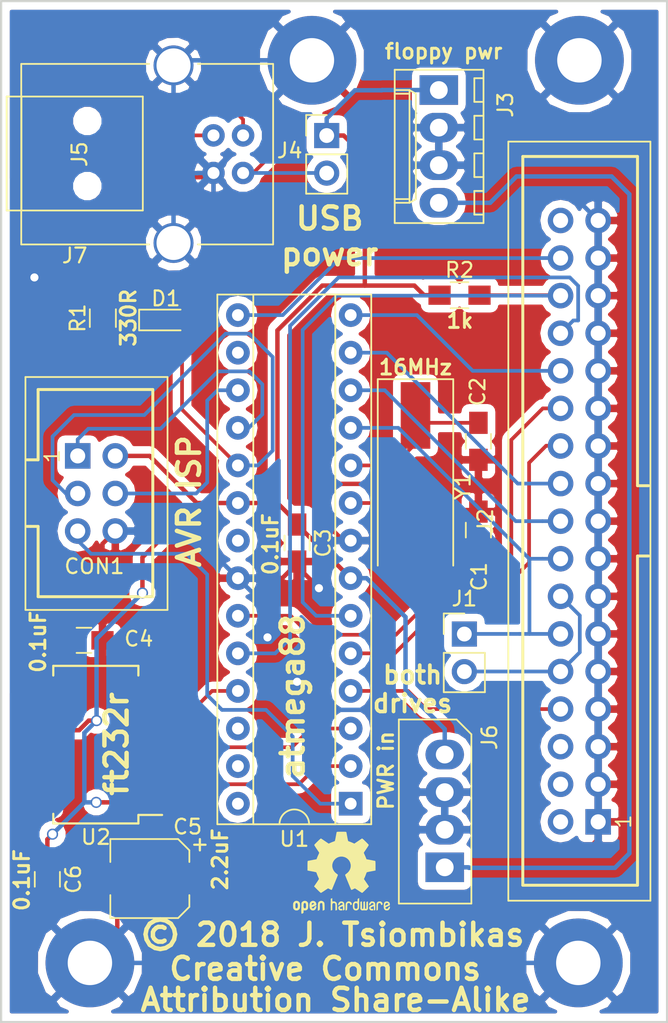
<source format=kicad_pcb>
(kicad_pcb (version 4) (host pcbnew 4.0.6+dfsg1-1)
  (layers (0 F.Cu signal) (31 B.Cu signal) (34 B.Paste user) (35 F.Paste user) (36 B.SilkS user) (37 F.SilkS user) (38 B.Mask user) (39 F.Mask user) (44 Edge.Cuts user))
  (net 0 "")
  (net 1 GND)
  (net 2 "Net-(C1-Pad2)")
  (net 3 "Net-(C2-Pad2)")
  (net 4 VCC)
  (net 5 "Net-(C4-Pad2)")
  (net 6 /MISO)
  (net 7 /SCK)
  (net 8 /MOSI)
  (net 9 /~RESET)
  (net 10 "Net-(D1-Pad1)")
  (net 11 /~MOTEN)
  (net 12 "Net-(J1-Pad2)")
  (net 13 /~INDEX)
  (net 14 /~DIR)
  (net 15 /~STEP)
  (net 16 /~WDATA)
  (net 17 /~WGATE)
  (net 18 /~TRK0)
  (net 19 /~WPROTECT)
  (net 20 /~RDATA)
  (net 21 /~HSEL)
  (net 22 +12V)
  (net 23 "Net-(J4-Pad2)")
  (net 24 /USBD-)
  (net 25 /USBD+)
  (net 26 /RXD)
  (net 27 /TXD)
  (net 28 /CTS)
  (module Mounting_Holes:MountingHole_3mm_Pad (layer F.Cu) (at 186 100)
    (fp_text reference REF** hide)
    (fp_text value MountingHole_3mm_Pad hide)
    (pad 1 thru_hole circle (at 0 0) (size 6 6) (drill 3) (layers *.Cu *.Mask) (net 1 GND))
  )
  (module Mounting_Holes:MountingHole_3mm_Pad (layer F.Cu) (at 171 161)
    (fp_text reference REF** hide)
    (fp_text value MountingHole_3mm_Pad hide)
    (pad 1 thru_hole circle (at 0 0) (size 6 6) (drill 3) (layers *.Cu *.Mask) (net 1 GND))
  )
  (module Capacitors_SMD:C_0805_HandSoldering (layer F.Cu) (at 197.25 131.75 270)
    (fp_text reference C1 (at 3.15 -0.05 270) (layer F.SilkS))
    (fp_text value 22pF)
    (pad 1 smd rect (at -1.25 0 270) (size 1.5 1.25) (layers F.Cu F.Paste F.Mask) (net 1 GND))
    (pad 2 smd rect (at 1.25 0 270) (size 1.5 1.25) (layers F.Cu F.Paste F.Mask) (net 2 "Net-(C1-Pad2)"))
  )
  (module Capacitors_SMD:C_0805_HandSoldering (layer F.Cu) (at 197.25 125.75 90)
    (fp_text reference C2 (at 3.35 -0.05 90) (layer F.SilkS))
    (fp_text value 22pF)
    (pad 1 smd rect (at -1.25 0 90) (size 1.5 1.25) (layers F.Cu F.Paste F.Mask) (net 1 GND))
    (pad 2 smd rect (at 1.25 0 90) (size 1.5 1.25) (layers F.Cu F.Paste F.Mask) (net 3 "Net-(C2-Pad2)"))
  )
  (module Capacitors_SMD:C_0805_HandSoldering (layer F.Cu) (at 185 132.625 270)
    (fp_text reference C3 (at 0 -1.75 270) (layer F.SilkS))
    (fp_text value 0.1uF)
    (pad 1 smd rect (at -1.25 0 270) (size 1.5 1.25) (layers F.Cu F.Paste F.Mask) (net 4 VCC))
    (pad 2 smd rect (at 1.25 0 270) (size 1.5 1.25) (layers F.Cu F.Paste F.Mask) (net 1 GND))
  )
  (module Capacitors_SMD:C_0805_HandSoldering (layer F.Cu) (at 170.6 139.2 180)
    (fp_text reference C4 (at -3.7 0.1 180) (layer F.SilkS))
    (fp_text value 0.1uF)
    (pad 1 smd rect (at -1.25 0 180) (size 1.5 1.25) (layers F.Cu F.Paste F.Mask) (net 1 GND))
    (pad 2 smd rect (at 1.25 0 180) (size 1.5 1.25) (layers F.Cu F.Paste F.Mask) (net 5 "Net-(C4-Pad2)"))
  )
  (module Capacitors_SMD:CP_Elec_5x5.7 (layer F.Cu) (at 175.05 155.3 180)
    (fp_text reference C5 (at -2.55 3.5 180) (layer F.SilkS))
    (fp_text value 2.2uF)
    (fp_text user + (at -3.38 2.36 180) (layer F.SilkS))
    (pad 1 smd rect (at -2.2 0) (size 3 1.6) (layers F.Cu F.Paste F.Mask) (net 4 VCC))
    (pad 2 smd rect (at 2.2 0) (size 3 1.6) (layers F.Cu F.Paste F.Mask) (net 1 GND))
  )
  (module Capacitors_SMD:C_0805_HandSoldering (layer F.Cu) (at 168.125 155.35 270)
    (fp_text reference C6 (at 0 -1.75 270) (layer F.SilkS))
    (fp_text value 0.1uF)
    (pad 1 smd rect (at -1.25 0 270) (size 1.5 1.25) (layers F.Cu F.Paste F.Mask) (net 4 VCC))
    (pad 2 smd rect (at 1.25 0 270) (size 1.5 1.25) (layers F.Cu F.Paste F.Mask) (net 1 GND))
  )
  (module Connectors:IDC_Header_Straight_6pins (layer F.Cu) (at 170.175 126.735 270)
    (fp_text reference CON1 (at 7.465 -1.125 360) (layer F.SilkS))
    (fp_text value avr_isp)
    (fp_text user 1 (at 0.02 1.72 270) (layer F.SilkS) (effects (font (thickness 0.12))))
    (pad 1 thru_hole rect (at 0 0 270) (size 1.7272 1.7272) (drill 1.016) (layers *.Cu *.Mask) (net 6 /MISO))
    (pad 2 thru_hole oval (at 0 -2.54 270) (size 1.7272 1.7272) (drill 1.016) (layers *.Cu *.Mask) (net 4 VCC))
    (pad 3 thru_hole oval (at 2.54 0 270) (size 1.7272 1.7272) (drill 1.016) (layers *.Cu *.Mask) (net 7 /SCK))
    (pad 4 thru_hole oval (at 2.54 -2.54 270) (size 1.7272 1.7272) (drill 1.016) (layers *.Cu *.Mask) (net 8 /MOSI))
    (pad 5 thru_hole oval (at 5.08 0 270) (size 1.7272 1.7272) (drill 1.016) (layers *.Cu *.Mask) (net 9 /~RESET))
    (pad 6 thru_hole oval (at 5.08 -2.54 270) (size 1.7272 1.7272) (drill 1.016) (layers *.Cu *.Mask) (net 1 GND))
  )
  (module LEDs:LED_0805 (layer F.Cu) (at 176.125 117.55)
    (fp_text reference D1 (at 0 -1.45) (layer F.SilkS))
    (fp_text value ACT)
    (pad 2 smd rect (at 1.1 0 180) (size 1.2 1.2) (layers F.Cu F.Paste F.Mask) (net 7 /SCK))
    (pad 1 smd rect (at -1.1 0 180) (size 1.2 1.2) (layers F.Cu F.Paste F.Mask) (net 10 "Net-(D1-Pad1)"))
  )
  (module Pin_Headers:Pin_Header_Straight_1x02_Pitch2.54mm (layer F.Cu) (at 196.3 138.775)
    (fp_text reference J1 (at 0 -2.39) (layer F.SilkS))
    (fp_text value bothdrv)
    (pad 1 thru_hole rect (at 0 0) (size 1.7 1.7) (drill 1) (layers *.Cu *.Mask) (net 11 /~MOTEN))
    (pad 2 thru_hole oval (at 0 2.54) (size 1.7 1.7) (drill 1) (layers *.Cu *.Mask) (net 12 "Net-(J1-Pad2)"))
  )
  (module Connectors:IDC_Header_Straight_34pins (layer F.Cu) (at 205.342 151.466 90)
    (fp_text reference J2 (at 20.32 -7.62 90) (layer F.SilkS))
    (fp_text value floppy_conn)
    (fp_text user 1 (at 0.02 1.72 90) (layer F.SilkS) (effects (font (thickness 0.12))))
    (pad 1 thru_hole rect (at 0 0 90) (size 1.7272 1.7272) (drill 1.016) (layers *.Cu *.Mask) (net 1 GND))
    (pad 2 thru_hole oval (at 0 -2.54 90) (size 1.7272 1.7272) (drill 1.016) (layers *.Cu *.Mask))
    (pad 3 thru_hole oval (at 2.54 0 90) (size 1.7272 1.7272) (drill 1.016) (layers *.Cu *.Mask) (net 1 GND))
    (pad 4 thru_hole oval (at 2.54 -2.54 90) (size 1.7272 1.7272) (drill 1.016) (layers *.Cu *.Mask))
    (pad 5 thru_hole oval (at 5.08 0 90) (size 1.7272 1.7272) (drill 1.016) (layers *.Cu *.Mask) (net 1 GND))
    (pad 6 thru_hole oval (at 5.08 -2.54 90) (size 1.7272 1.7272) (drill 1.016) (layers *.Cu *.Mask))
    (pad 7 thru_hole oval (at 7.62 0 90) (size 1.7272 1.7272) (drill 1.016) (layers *.Cu *.Mask) (net 1 GND))
    (pad 8 thru_hole oval (at 7.62 -2.54 90) (size 1.7272 1.7272) (drill 1.016) (layers *.Cu *.Mask) (net 13 /~INDEX))
    (pad 9 thru_hole oval (at 10.16 0 90) (size 1.7272 1.7272) (drill 1.016) (layers *.Cu *.Mask) (net 1 GND))
    (pad 10 thru_hole oval (at 10.16 -2.54 90) (size 1.7272 1.7272) (drill 1.016) (layers *.Cu *.Mask) (net 12 "Net-(J1-Pad2)"))
    (pad 11 thru_hole oval (at 12.7 0 90) (size 1.7272 1.7272) (drill 1.016) (layers *.Cu *.Mask) (net 1 GND))
    (pad 12 thru_hole oval (at 12.7 -2.54 90) (size 1.7272 1.7272) (drill 1.016) (layers *.Cu *.Mask) (net 11 /~MOTEN))
    (pad 13 thru_hole oval (at 15.24 0 90) (size 1.7272 1.7272) (drill 1.016) (layers *.Cu *.Mask) (net 1 GND))
    (pad 14 thru_hole oval (at 15.24 -2.54 90) (size 1.7272 1.7272) (drill 1.016) (layers *.Cu *.Mask) (net 12 "Net-(J1-Pad2)"))
    (pad 15 thru_hole oval (at 17.78 0 90) (size 1.7272 1.7272) (drill 1.016) (layers *.Cu *.Mask) (net 1 GND))
    (pad 16 thru_hole oval (at 17.78 -2.54 90) (size 1.7272 1.7272) (drill 1.016) (layers *.Cu *.Mask) (net 11 /~MOTEN))
    (pad 17 thru_hole oval (at 20.32 0 90) (size 1.7272 1.7272) (drill 1.016) (layers *.Cu *.Mask) (net 1 GND))
    (pad 18 thru_hole oval (at 20.32 -2.54 90) (size 1.7272 1.7272) (drill 1.016) (layers *.Cu *.Mask) (net 14 /~DIR))
    (pad 19 thru_hole oval (at 22.86 0 90) (size 1.7272 1.7272) (drill 1.016) (layers *.Cu *.Mask) (net 1 GND))
    (pad 20 thru_hole oval (at 22.86 -2.54 90) (size 1.7272 1.7272) (drill 1.016) (layers *.Cu *.Mask) (net 15 /~STEP))
    (pad 21 thru_hole oval (at 25.4 0 90) (size 1.7272 1.7272) (drill 1.016) (layers *.Cu *.Mask) (net 1 GND))
    (pad 22 thru_hole oval (at 25.4 -2.54 90) (size 1.7272 1.7272) (drill 1.016) (layers *.Cu *.Mask) (net 16 /~WDATA))
    (pad 23 thru_hole oval (at 27.94 0 90) (size 1.7272 1.7272) (drill 1.016) (layers *.Cu *.Mask) (net 1 GND))
    (pad 24 thru_hole oval (at 27.94 -2.54 90) (size 1.7272 1.7272) (drill 1.016) (layers *.Cu *.Mask) (net 17 /~WGATE))
    (pad 25 thru_hole oval (at 30.48 0 90) (size 1.7272 1.7272) (drill 1.016) (layers *.Cu *.Mask) (net 1 GND))
    (pad 26 thru_hole oval (at 30.48 -2.54 90) (size 1.7272 1.7272) (drill 1.016) (layers *.Cu *.Mask) (net 18 /~TRK0))
    (pad 27 thru_hole oval (at 33.02 0 90) (size 1.7272 1.7272) (drill 1.016) (layers *.Cu *.Mask) (net 1 GND))
    (pad 28 thru_hole oval (at 33.02 -2.54 90) (size 1.7272 1.7272) (drill 1.016) (layers *.Cu *.Mask) (net 19 /~WPROTECT))
    (pad 29 thru_hole oval (at 35.56 0 90) (size 1.7272 1.7272) (drill 1.016) (layers *.Cu *.Mask) (net 1 GND))
    (pad 30 thru_hole oval (at 35.56 -2.54 90) (size 1.7272 1.7272) (drill 1.016) (layers *.Cu *.Mask) (net 20 /~RDATA))
    (pad 31 thru_hole oval (at 38.1 0 90) (size 1.7272 1.7272) (drill 1.016) (layers *.Cu *.Mask) (net 1 GND))
    (pad 32 thru_hole oval (at 38.1 -2.54 90) (size 1.7272 1.7272) (drill 1.016) (layers *.Cu *.Mask) (net 21 /~HSEL))
    (pad 33 thru_hole oval (at 40.64 0 90) (size 1.7272 1.7272) (drill 1.016) (layers *.Cu *.Mask) (net 1 GND))
    (pad 34 thru_hole oval (at 40.64 -2.54 90) (size 1.7272 1.7272) (drill 1.016) (layers *.Cu *.Mask))
  )
  (module Connectors_Molex:Molex_KK-6410-04_04x2.54mm_Straight (layer F.Cu) (at 194.575 102.01 270)
    (fp_text reference J3 (at 1 -4.5 270) (layer F.SilkS))
    (fp_text value floppy_power)
    (pad 1 thru_hole rect (at 0 0 270) (size 2 2.6) (drill 1.2) (layers *.Cu *.Mask) (net 4 VCC))
    (pad 2 thru_hole oval (at 2.54 0 270) (size 2 2.6) (drill 1.2) (layers *.Cu *.Mask) (net 1 GND))
    (pad 3 thru_hole oval (at 5.08 0 270) (size 2 2.6) (drill 1.2) (layers *.Cu *.Mask) (net 1 GND))
    (pad 4 thru_hole oval (at 7.62 0 270) (size 2 2.6) (drill 1.2) (layers *.Cu *.Mask) (net 22 +12V))
  )
  (module Pin_Headers:Pin_Header_Straight_1x02_Pitch2.54mm (layer F.Cu) (at 187 105.085)
    (fp_text reference J4 (at -2.5 1.015) (layer F.SilkS))
    (fp_text value usbpower)
    (pad 1 thru_hole rect (at 0 0) (size 1.7 1.7) (drill 1) (layers *.Cu *.Mask) (net 4 VCC))
    (pad 2 thru_hole oval (at 0 2.54) (size 1.7 1.7) (drill 1) (layers *.Cu *.Mask) (net 23 "Net-(J4-Pad2)"))
  )
  (module Connectors:USB_B (layer F.Cu) (at 181.35 107.615 180)
    (fp_text reference J5 (at 11.05 1.27 270) (layer F.SilkS))
    (fp_text value USB_B)
    (pad 2 thru_hole circle (at 0 2.54 90) (size 1.52 1.52) (drill 0.81) (layers *.Cu *.Mask) (net 24 /USBD-))
    (pad 1 thru_hole circle (at 0 0 90) (size 1.52 1.52) (drill 0.81) (layers *.Cu *.Mask) (net 23 "Net-(J4-Pad2)"))
    (pad 4 thru_hole circle (at 2 0 90) (size 1.52 1.52) (drill 0.81) (layers *.Cu *.Mask) (net 1 GND))
    (pad 3 thru_hole circle (at 2 2.54 90) (size 1.52 1.52) (drill 0.81) (layers *.Cu *.Mask) (net 25 /USBD+))
    (pad 5 thru_hole circle (at 4.7 7.27 90) (size 2.7 2.7) (drill 2.3) (layers *.Cu *.Mask) (net 1 GND))
    (pad 5 thru_hole circle (at 4.7 -4.73 90) (size 2.7 2.7) (drill 2.3) (layers *.Cu *.Mask) (net 1 GND))
  )
  (module Connectors_Molex:Molex_SPOX-5267_22-03-5045_04x2.54mm_Straight (layer F.Cu) (at 194.975 154.54 90)
    (fp_text reference J6 (at 8.79 3.025 90) (layer F.SilkS))
    (fp_text value PWRIN)
    (pad 1 thru_hole rect (at 0 0 90) (size 2 2.6) (drill 1.2) (layers *.Cu *.Mask) (net 22 +12V))
    (pad 2 thru_hole oval (at 2.54 0 90) (size 2 2.6) (drill 1.2) (layers *.Cu *.Mask) (net 1 GND))
    (pad 3 thru_hole oval (at 5.08 0 90) (size 2 2.6) (drill 1.2) (layers *.Cu *.Mask) (net 1 GND))
    (pad 4 thru_hole oval (at 7.62 0 90) (size 2 2.6) (drill 1.2) (layers *.Cu *.Mask) (net 4 VCC))
  )
  (module Resistors_SMD:R_0805_HandSoldering (layer F.Cu) (at 171.875 117.425 90)
    (fp_text reference R1 (at 0 -1.7 90) (layer F.SilkS))
    (fp_text value 330)
    (pad 1 smd rect (at -1.35 0 90) (size 1.5 1.3) (layers F.Cu F.Paste F.Mask) (net 10 "Net-(D1-Pad1)"))
    (pad 2 smd rect (at 1.35 0 90) (size 1.5 1.3) (layers F.Cu F.Paste F.Mask) (net 1 GND))
  )
  (module Resistors_SMD:R_0805_HandSoldering (layer F.Cu) (at 195.975 115.875)
    (fp_text reference R2 (at 0 -1.7) (layer F.SilkS))
    (fp_text value 1k)
    (pad 1 smd rect (at -1.35 0) (size 1.5 1.3) (layers F.Cu F.Paste F.Mask) (net 4 VCC))
    (pad 2 smd rect (at 1.35 0) (size 1.5 1.3) (layers F.Cu F.Paste F.Mask) (net 20 /~RDATA))
  )
  (module Housings_DIP:DIP-28_W7.62mm_Socket (layer F.Cu) (at 188.62 150.24 180)
    (fp_text reference U1 (at 3.81 -2.39 180) (layer F.SilkS))
    (fp_text value ATMEGA88A-PU)
    (pad 1 thru_hole rect (at 0 0 180) (size 1.6 1.6) (drill 0.8) (layers *.Cu *.Mask) (net 9 /~RESET))
    (pad 15 thru_hole oval (at 7.62 33.02 180) (size 1.6 1.6) (drill 0.8) (layers *.Cu *.Mask) (net 21 /~HSEL))
    (pad 2 thru_hole oval (at 0 2.54 180) (size 1.6 1.6) (drill 0.8) (layers *.Cu *.Mask) (net 26 /RXD))
    (pad 16 thru_hole oval (at 7.62 30.48 180) (size 1.6 1.6) (drill 0.8) (layers *.Cu *.Mask))
    (pad 3 thru_hole oval (at 0 5.08 180) (size 1.6 1.6) (drill 0.8) (layers *.Cu *.Mask) (net 27 /TXD))
    (pad 17 thru_hole oval (at 7.62 27.94 180) (size 1.6 1.6) (drill 0.8) (layers *.Cu *.Mask) (net 8 /MOSI))
    (pad 4 thru_hole oval (at 0 7.62 180) (size 1.6 1.6) (drill 0.8) (layers *.Cu *.Mask) (net 13 /~INDEX))
    (pad 18 thru_hole oval (at 7.62 25.4 180) (size 1.6 1.6) (drill 0.8) (layers *.Cu *.Mask) (net 6 /MISO))
    (pad 5 thru_hole oval (at 0 10.16 180) (size 1.6 1.6) (drill 0.8) (layers *.Cu *.Mask) (net 16 /~WDATA))
    (pad 19 thru_hole oval (at 7.62 22.86 180) (size 1.6 1.6) (drill 0.8) (layers *.Cu *.Mask) (net 7 /SCK))
    (pad 6 thru_hole oval (at 0 12.7 180) (size 1.6 1.6) (drill 0.8) (layers *.Cu *.Mask) (net 20 /~RDATA))
    (pad 20 thru_hole oval (at 7.62 20.32 180) (size 1.6 1.6) (drill 0.8) (layers *.Cu *.Mask) (net 4 VCC))
    (pad 7 thru_hole oval (at 0 15.24 180) (size 1.6 1.6) (drill 0.8) (layers *.Cu *.Mask) (net 4 VCC))
    (pad 21 thru_hole oval (at 7.62 17.78 180) (size 1.6 1.6) (drill 0.8) (layers *.Cu *.Mask))
    (pad 8 thru_hole oval (at 0 17.78 180) (size 1.6 1.6) (drill 0.8) (layers *.Cu *.Mask) (net 1 GND))
    (pad 22 thru_hole oval (at 7.62 15.24 180) (size 1.6 1.6) (drill 0.8) (layers *.Cu *.Mask) (net 1 GND))
    (pad 9 thru_hole oval (at 0 20.32 180) (size 1.6 1.6) (drill 0.8) (layers *.Cu *.Mask) (net 2 "Net-(C1-Pad2)"))
    (pad 23 thru_hole oval (at 7.62 12.7 180) (size 1.6 1.6) (drill 0.8) (layers *.Cu *.Mask) (net 17 /~WGATE))
    (pad 10 thru_hole oval (at 0 22.86 180) (size 1.6 1.6) (drill 0.8) (layers *.Cu *.Mask) (net 3 "Net-(C2-Pad2)"))
    (pad 24 thru_hole oval (at 7.62 10.16 180) (size 1.6 1.6) (drill 0.8) (layers *.Cu *.Mask) (net 19 /~WPROTECT))
    (pad 11 thru_hole oval (at 0 25.4 180) (size 1.6 1.6) (drill 0.8) (layers *.Cu *.Mask) (net 11 /~MOTEN))
    (pad 25 thru_hole oval (at 7.62 7.62 180) (size 1.6 1.6) (drill 0.8) (layers *.Cu *.Mask) (net 28 /CTS))
    (pad 12 thru_hole oval (at 0 27.94 180) (size 1.6 1.6) (drill 0.8) (layers *.Cu *.Mask) (net 14 /~DIR))
    (pad 26 thru_hole oval (at 7.62 5.08 180) (size 1.6 1.6) (drill 0.8) (layers *.Cu *.Mask))
    (pad 13 thru_hole oval (at 0 30.48 180) (size 1.6 1.6) (drill 0.8) (layers *.Cu *.Mask) (net 15 /~STEP))
    (pad 27 thru_hole oval (at 7.62 2.54 180) (size 1.6 1.6) (drill 0.8) (layers *.Cu *.Mask))
    (pad 14 thru_hole oval (at 0 33.02 180) (size 1.6 1.6) (drill 0.8) (layers *.Cu *.Mask) (net 18 /~TRK0))
    (pad 28 thru_hole oval (at 7.62 0 180) (size 1.6 1.6) (drill 0.8) (layers *.Cu *.Mask))
  )
  (module Housings_SSOP:SSOP-28_5.3x10.2mm_Pitch0.65mm (layer F.Cu) (at 171.4 146.25 180)
    (fp_text reference U2 (at 0 -6.25 180) (layer F.SilkS))
    (fp_text value FT232RL)
    (pad 1 smd rect (at -3.6 -4.225 180) (size 1.75 0.45) (layers F.Cu F.Paste F.Mask) (net 26 /RXD))
    (pad 2 smd rect (at -3.6 -3.575 180) (size 1.75 0.45) (layers F.Cu F.Paste F.Mask))
    (pad 3 smd rect (at -3.6 -2.925 180) (size 1.75 0.45) (layers F.Cu F.Paste F.Mask))
    (pad 4 smd rect (at -3.6 -2.275 180) (size 1.75 0.45) (layers F.Cu F.Paste F.Mask) (net 4 VCC))
    (pad 5 smd rect (at -3.6 -1.625 180) (size 1.75 0.45) (layers F.Cu F.Paste F.Mask) (net 27 /TXD))
    (pad 6 smd rect (at -3.6 -0.975 180) (size 1.75 0.45) (layers F.Cu F.Paste F.Mask))
    (pad 7 smd rect (at -3.6 -0.325 180) (size 1.75 0.45) (layers F.Cu F.Paste F.Mask) (net 1 GND))
    (pad 8 smd rect (at -3.6 0.325 180) (size 1.75 0.45) (layers F.Cu F.Paste F.Mask))
    (pad 9 smd rect (at -3.6 0.975 180) (size 1.75 0.45) (layers F.Cu F.Paste F.Mask))
    (pad 10 smd rect (at -3.6 1.625 180) (size 1.75 0.45) (layers F.Cu F.Paste F.Mask))
    (pad 11 smd rect (at -3.6 2.275 180) (size 1.75 0.45) (layers F.Cu F.Paste F.Mask) (net 28 /CTS))
    (pad 12 smd rect (at -3.6 2.925 180) (size 1.75 0.45) (layers F.Cu F.Paste F.Mask))
    (pad 13 smd rect (at -3.6 3.575 180) (size 1.75 0.45) (layers F.Cu F.Paste F.Mask))
    (pad 14 smd rect (at -3.6 4.225 180) (size 1.75 0.45) (layers F.Cu F.Paste F.Mask))
    (pad 15 smd rect (at 3.6 4.225 180) (size 1.75 0.45) (layers F.Cu F.Paste F.Mask) (net 25 /USBD+))
    (pad 16 smd rect (at 3.6 3.575 180) (size 1.75 0.45) (layers F.Cu F.Paste F.Mask) (net 24 /USBD-))
    (pad 17 smd rect (at 3.6 2.925 180) (size 1.75 0.45) (layers F.Cu F.Paste F.Mask) (net 5 "Net-(C4-Pad2)"))
    (pad 18 smd rect (at 3.6 2.275 180) (size 1.75 0.45) (layers F.Cu F.Paste F.Mask) (net 1 GND))
    (pad 19 smd rect (at 3.6 1.625 180) (size 1.75 0.45) (layers F.Cu F.Paste F.Mask))
    (pad 20 smd rect (at 3.6 0.975 180) (size 1.75 0.45) (layers F.Cu F.Paste F.Mask) (net 4 VCC))
    (pad 21 smd rect (at 3.6 0.325 180) (size 1.75 0.45) (layers F.Cu F.Paste F.Mask) (net 1 GND))
    (pad 22 smd rect (at 3.6 -0.325 180) (size 1.75 0.45) (layers F.Cu F.Paste F.Mask))
    (pad 23 smd rect (at 3.6 -0.975 180) (size 1.75 0.45) (layers F.Cu F.Paste F.Mask))
    (pad 24 smd rect (at 3.6 -1.625 180) (size 1.75 0.45) (layers F.Cu F.Paste F.Mask))
    (pad 25 smd rect (at 3.6 -2.275 180) (size 1.75 0.45) (layers F.Cu F.Paste F.Mask) (net 1 GND))
    (pad 26 smd rect (at 3.6 -2.925 180) (size 1.75 0.45) (layers F.Cu F.Paste F.Mask) (net 1 GND))
    (pad 27 smd rect (at 3.6 -3.575 180) (size 1.75 0.45) (layers F.Cu F.Paste F.Mask))
    (pad 28 smd rect (at 3.6 -4.225 180) (size 1.75 0.45) (layers F.Cu F.Paste F.Mask))
  )
  (module Crystals:Crystal_SMD_HC49-SD (layer F.Cu) (at 193 128.25 270)
    (fp_text reference Y1 (at 0.55 -3.2 270) (layer F.SilkS))
    (fp_text value 16MHz)
    (pad 1 smd rect (at -4.25 0 270) (size 4.5 2) (layers F.Cu F.Mask) (net 3 "Net-(C2-Pad2)"))
    (pad 2 smd rect (at 4.25 0 270) (size 4.5 2) (layers F.Cu F.Mask) (net 2 "Net-(C1-Pad2)"))
  )
  (module Mounting_Holes:MountingHole_3mm_Pad (layer F.Cu) (at 204.075 100)
    (fp_text reference REF** hide)
    (fp_text value MountingHole_3mm_Pad hide)
    (pad 1 thru_hole circle (at 0 0) (size 6 6) (drill 3) (layers *.Cu *.Mask) (net 1 GND))
  )
  (module Mounting_Holes:MountingHole_3mm_Pad (layer F.Cu) (at 204 161)
    (fp_text reference REF** hide)
    (fp_text value MountingHole_3mm_Pad hide)
    (pad 1 thru_hole circle (at 0 0) (size 6 6) (drill 3) (layers *.Cu *.Mask) (net 1 GND))
  )
  (module Symbols:OSHW-Logo2_7.3x6mm_SilkScreen (layer F.Cu) (at 188 154.9)
    (fp_text reference REF*** hide)
    (fp_text value OSHW-Logo2_7.3x6mm_SilkScreen hide)
  )
  (module Connectors:USB_Mini-B (layer F.Cu) (at 170.625 106.3)
    (fp_text reference J7 (at -0.65 6.9) (layer F.SilkS))
    (fp_text value USB_OTG)
    (pad 1 smd rect (at 2.8 -1.6) (size 2.3 0.5) (layers F.Cu F.Paste F.Mask) (net 23 "Net-(J4-Pad2)"))
    (pad 2 smd rect (at 2.8 -0.8) (size 2.3 0.5) (layers F.Cu F.Paste F.Mask) (net 24 /USBD-))
    (pad 3 smd rect (at 2.8 0) (size 2.3 0.5) (layers F.Cu F.Paste F.Mask) (net 25 /USBD+))
    (pad 4 smd rect (at 2.8 0.8) (size 2.3 0.5) (layers F.Cu F.Paste F.Mask))
    (pad 5 smd rect (at 2.8 1.6) (size 2.3 0.5) (layers F.Cu F.Paste F.Mask) (net 1 GND))
    (pad 6 smd rect (at 2.7 -4.45) (size 2.5 2) (layers F.Cu F.Paste F.Mask) (net 1 GND))
    (pad 6 smd rect (at -2.8 -4.45) (size 2.5 2) (layers F.Cu F.Paste F.Mask) (net 1 GND))
    (pad 6 smd rect (at 2.7 4.45) (size 2.5 2) (layers F.Cu F.Paste F.Mask) (net 1 GND))
    (pad 6 smd rect (at -2.8 4.45) (size 2.5 2) (layers F.Cu F.Paste F.Mask) (net 1 GND))
    (pad "" np_thru_hole circle (at 0.2 -2.2) (size 0.9 0.9) (drill 0.9) (layers *.Cu *.Mask))
    (pad "" np_thru_hole circle (at 0.2 2.2) (size 0.9 0.9) (drill 0.9) (layers *.Cu *.Mask))
  )
  (gr_line (start 167 131.5) (end 166.75 131.5) (layer F.SilkS) (width 0.2))
  (gr_line (start 167.5 131.5) (end 167 131.5) (layer F.SilkS) (width 0.2))
  (gr_line (start 167.5 136.25) (end 167.5 131.5) (layer F.SilkS) (width 0.2))
  (gr_line (start 175.25 136.25) (end 167.5 136.25) (layer F.SilkS) (width 0.2))
  (gr_line (start 175.25 122.25) (end 175.25 136.25) (layer F.SilkS) (width 0.2))
  (gr_line (start 167.5 122.25) (end 175.25 122.25) (layer F.SilkS) (width 0.2))
  (gr_line (start 167.5 127) (end 167.5 122.25) (layer F.SilkS) (width 0.2))
  (gr_line (start 166.75 127) (end 167.5 127) (layer F.SilkS) (width 0.2))
  (gr_text 16MHz (at 193 120.75) (layer F.SilkS) (effects (font (size 1 1) (thickness 0.2))))
  (gr_line (start 208 133.5) (end 208.75 133.5) (layer F.SilkS) (width 0.2))
  (gr_line (start 208 128.75) (end 208.75 128.75) (layer F.SilkS) (width 0.2))
  (gr_line (start 208 106.5) (end 208 128.75) (layer F.SilkS) (width 0.2))
  (gr_line (start 200.25 106.5) (end 208 106.5) (layer F.SilkS) (width 0.2))
  (gr_line (start 200.25 155.75) (end 200.25 106.5) (layer F.SilkS) (width 0.2))
  (gr_line (start 208 155.75) (end 200.25 155.75) (layer F.SilkS) (width 0.2))
  (gr_line (start 208 133.5) (end 208 155.75) (layer F.SilkS) (width 0.2))
  (gr_text 2.2uF (at 179.8 154 90) (layer F.SilkS) (effects (font (size 1 1) (thickness 0.2))))
  (gr_text "floppy pwr" (at 194.9 99.4) (layer F.SilkS) (effects (font (size 1 1) (thickness 0.2))))
  (gr_text 1k (at 196 117.6) (layer F.SilkS) (effects (font (size 1 1) (thickness 0.2))))
  (gr_text 330R (at 173.6 117.4 90) (layer F.SilkS) (effects (font (size 1 1) (thickness 0.2))))
  (gr_text 0.1uF (at 167.5 139.3 90) (layer F.SilkS) (effects (font (size 1 1) (thickness 0.2))))
  (gr_text 0.1uF (at 183.2 132.7 90) (layer F.SilkS) (effects (font (size 1 1) (thickness 0.2))))
  (gr_text 0.1uF (at 166.4 155.4 90) (layer F.SilkS) (effects (font (size 1 1) (thickness 0.2))))
  (gr_text ft232r (at 172.8 146.2 90) (layer F.SilkS) (effects (font (size 1.5 1.5) (thickness 0.3))))
  (gr_text atmega88 (at 184.7 143 90) (layer F.SilkS) (effects (font (size 1.5 1.5) (thickness 0.3))))
  (gr_text "AVR ISP" (at 177.7 129.8 90) (layer F.SilkS) (effects (font (size 1.5 1.5) (thickness 0.3))))
  (gr_text "USB\npower" (at 187.2 111.9) (layer F.SilkS) (effects (font (size 1.5 1.5) (thickness 0.3))))
  (gr_text "PWR in" (at 191 148 90) (layer F.SilkS) (effects (font (size 1 1) (thickness 0.2))))
  (gr_text "both\ndrives" (at 192.8 142.5) (layer F.SilkS) (effects (font (size 1.2 1.2) (thickness 0.25))))
  (gr_text "Attribution Share-Alike" (at 187.6 163.5) (layer F.SilkS) (effects (font (size 1.5 1.5) (thickness 0.3))))
  (gr_text "Creative Commons" (at 186.9 161.4) (layer F.SilkS) (effects (font (size 1.5 1.5) (thickness 0.3))))
  (gr_text "© 2018 J. Tsiombikas" (at 187.4 159.1) (layer F.SilkS) (effects (font (size 1.5 1.5) (thickness 0.3))))
  (gr_line (start 165 165) (end 165 96) (layer Edge.Cuts) (width 0.15))
  (gr_line (start 210 165) (end 165 165) (layer Edge.Cuts) (width 0.15))
  (gr_line (start 210 96) (end 210 165) (layer Edge.Cuts) (width 0.15))
  (gr_line (start 165 96) (end 210 96) (layer Edge.Cuts) (width 0.15))
  (segment (start 168.34467 116.3) (end 172.695 116.3) (width 0.3) (layer B.Cu) (net 1))
  (segment (start 172.695 116.3) (end 176.65 112.345) (width 0.3) (layer B.Cu) (net 1))
  (segment (start 167.25 114.675) (end 167.25 115.20533) (width 0.3) (layer B.Cu) (net 1))
  (segment (start 167.25 115.20533) (end 168.34467 116.3) (width 0.3) (layer B.Cu) (net 1))
  (segment (start 167.825 112.05) (end 167.825 114.1) (width 0.3) (layer F.Cu) (net 1))
  (segment (start 167.825 114.1) (end 167.25 114.675) (width 0.3) (layer F.Cu) (net 1))
  (via (at 167.25 114.675) (size 0.75) (drill 0.55) (layers F.Cu B.Cu) (net 1))
  (segment (start 167.825 110.75) (end 167.825 112.05) (width 0.3) (layer F.Cu) (net 1))
  (segment (start 173.325 101.85) (end 175.145 101.85) (width 0.3) (layer F.Cu) (net 1))
  (segment (start 175.145 101.85) (end 176.65 100.345) (width 0.3) (layer F.Cu) (net 1))
  (segment (start 173.325 101.85) (end 171.775 101.85) (width 0.3) (layer F.Cu) (net 1))
  (segment (start 171.775 101.85) (end 167.825 101.85) (width 0.3) (layer F.Cu) (net 1))
  (segment (start 173.325 110.75) (end 175.055 110.75) (width 0.3) (layer F.Cu) (net 1))
  (segment (start 175.055 110.75) (end 176.65 112.345) (width 0.3) (layer F.Cu) (net 1))
  (segment (start 173.425 107.9) (end 179.065 107.9) (width 0.3) (layer F.Cu) (net 1))
  (segment (start 179.065 107.9) (end 179.35 107.615) (width 0.3) (layer F.Cu) (net 1))
  (segment (start 173.425 107.9) (end 173.425 110.65) (width 0.3) (layer F.Cu) (net 1))
  (segment (start 173.425 110.65) (end 173.325 110.75) (width 0.3) (layer F.Cu) (net 1))
  (segment (start 194.975 149.46) (end 193.375 149.46) (width 0.3) (layer B.Cu) (net 1))
  (segment (start 193.375 149.46) (end 191 147.085) (width 0.3) (layer B.Cu) (net 1))
  (segment (start 191 147.085) (end 191 145) (width 0.3) (layer B.Cu) (net 1))
  (segment (start 191 145) (end 189.9 143.9) (width 0.3) (layer B.Cu) (net 1))
  (segment (start 189.9 143.9) (end 186.9 143.9) (width 0.3) (layer B.Cu) (net 1))
  (segment (start 186.9 143.9) (end 185 142) (width 0.3) (layer B.Cu) (net 1))
  (segment (start 183 139) (end 183 137) (width 0.3) (layer B.Cu) (net 1))
  (segment (start 183 137) (end 181 135) (width 0.3) (layer B.Cu) (net 1))
  (segment (start 183 140) (end 183 139) (width 0.3) (layer F.Cu) (net 1))
  (via (at 183 139) (size 0.75) (drill 0.55) (layers F.Cu B.Cu) (net 1))
  (segment (start 185 142) (end 183 140) (width 0.3) (layer F.Cu) (net 1))
  (via (at 185 142) (size 0.75) (drill 0.55) (layers F.Cu B.Cu) (net 1))
  (segment (start 199 154) (end 203.9716 154) (width 0.3) (layer F.Cu) (net 1))
  (segment (start 203.9716 154) (end 205.342 152.6296) (width 0.3) (layer F.Cu) (net 1))
  (segment (start 205.342 152.6296) (end 205.342 151.466) (width 0.3) (layer F.Cu) (net 1))
  (segment (start 197 152) (end 199 154) (width 0.3) (layer F.Cu) (net 1))
  (segment (start 194.975 152) (end 197 152) (width 0.3) (layer F.Cu) (net 1))
  (segment (start 172.85 155.3) (end 172.85 159.15) (width 0.3) (layer F.Cu) (net 1))
  (segment (start 172.85 159.15) (end 171 161) (width 0.3) (layer F.Cu) (net 1))
  (segment (start 171.85 139.2) (end 171.85 132.68) (width 0.3) (layer F.Cu) (net 1))
  (segment (start 171.85 132.68) (end 172.715 131.815) (width 0.3) (layer F.Cu) (net 1))
  (segment (start 171 161) (end 189 161) (width 0.3) (layer B.Cu) (net 1))
  (segment (start 189 161) (end 204 161) (width 0.3) (layer B.Cu) (net 1))
  (segment (start 194.975 152) (end 193 152) (width 0.3) (layer B.Cu) (net 1))
  (segment (start 193 152) (end 189 156) (width 0.3) (layer B.Cu) (net 1))
  (segment (start 189 156) (end 189 161) (width 0.3) (layer B.Cu) (net 1))
  (segment (start 186 100) (end 176.995 100) (width 0.3) (layer B.Cu) (net 1))
  (segment (start 176.995 100) (end 176.65 100.345) (width 0.3) (layer B.Cu) (net 1))
  (segment (start 204.075 100) (end 199.525 104.55) (width 0.3) (layer B.Cu) (net 1))
  (segment (start 199.525 104.55) (end 194.575 104.55) (width 0.3) (layer B.Cu) (net 1))
  (segment (start 186.475 135.675) (end 186.475 133.675) (width 0.3) (layer B.Cu) (net 1))
  (segment (start 186.475 133.675) (end 187.69 132.46) (width 0.3) (layer B.Cu) (net 1))
  (segment (start 187.69 132.46) (end 188.62 132.46) (width 0.3) (layer B.Cu) (net 1))
  (segment (start 185 133.875) (end 185 134.2) (width 0.3) (layer F.Cu) (net 1))
  (segment (start 185 134.2) (end 186.475 135.675) (width 0.3) (layer F.Cu) (net 1))
  (via (at 186.475 135.675) (size 0.75) (drill 0.55) (layers F.Cu B.Cu) (net 1))
  (segment (start 194.975 149.46) (end 194.975 152) (width 0.3) (layer B.Cu) (net 1))
  (segment (start 205.342 148.926) (end 205.342 151.466) (width 0.3) (layer B.Cu) (net 1))
  (segment (start 205.342 146.386) (end 205.342 148.926) (width 0.3) (layer B.Cu) (net 1))
  (segment (start 205.342 143.846) (end 205.342 146.386) (width 0.3) (layer B.Cu) (net 1))
  (segment (start 205.342 141.306) (end 205.342 143.846) (width 0.3) (layer B.Cu) (net 1))
  (segment (start 205.342 138.766) (end 205.342 141.306) (width 0.3) (layer B.Cu) (net 1))
  (segment (start 205.342 136.226) (end 205.342 138.766) (width 0.3) (layer B.Cu) (net 1))
  (segment (start 205.342 133.686) (end 205.342 136.226) (width 0.3) (layer B.Cu) (net 1))
  (segment (start 205.342 131.146) (end 205.342 133.686) (width 0.3) (layer B.Cu) (net 1))
  (segment (start 205.342 128.606) (end 205.342 131.146) (width 0.3) (layer B.Cu) (net 1))
  (segment (start 205.342 126.066) (end 205.342 128.606) (width 0.3) (layer B.Cu) (net 1))
  (segment (start 205.342 123.526) (end 205.342 126.066) (width 0.3) (layer B.Cu) (net 1))
  (segment (start 205.342 120.986) (end 205.342 123.526) (width 0.3) (layer B.Cu) (net 1))
  (segment (start 205.342 118.446) (end 205.342 120.986) (width 0.3) (layer B.Cu) (net 1))
  (segment (start 205.342 115.906) (end 205.342 118.446) (width 0.3) (layer B.Cu) (net 1))
  (segment (start 205.342 113.366) (end 205.342 115.906) (width 0.3) (layer B.Cu) (net 1))
  (segment (start 205.342 110.826) (end 205.342 113.366) (width 0.3) (layer B.Cu) (net 1))
  (segment (start 201.225 108.8) (end 203.316 108.8) (width 0.3) (layer B.Cu) (net 1))
  (segment (start 203.316 108.8) (end 205.342 110.826) (width 0.3) (layer B.Cu) (net 1))
  (segment (start 198.225 111.8) (end 201.225 108.8) (width 0.3) (layer B.Cu) (net 1))
  (segment (start 192.05 111.8) (end 198.225 111.8) (width 0.3) (layer B.Cu) (net 1))
  (segment (start 190.3 110.05) (end 192.05 111.8) (width 0.3) (layer B.Cu) (net 1))
  (segment (start 190.015 110.05) (end 190.3 110.05) (width 0.3) (layer B.Cu) (net 1))
  (segment (start 194.575 104.55) (end 194.575 107.09) (width 0.3) (layer B.Cu) (net 1))
  (segment (start 180.05 110.05) (end 179.35 109.35) (width 0.3) (layer B.Cu) (net 1))
  (segment (start 179.35 109.35) (end 179.35 107.615) (width 0.3) (layer B.Cu) (net 1))
  (segment (start 190.015 110.05) (end 180.05 110.05) (width 0.3) (layer B.Cu) (net 1))
  (segment (start 194.575 107.09) (end 192.975 107.09) (width 0.3) (layer B.Cu) (net 1))
  (segment (start 192.975 107.09) (end 190.015 110.05) (width 0.3) (layer B.Cu) (net 1))
  (segment (start 176.65 102.254188) (end 176.65 107.625) (width 0.3) (layer B.Cu) (net 1))
  (segment (start 176.65 107.625) (end 176.65 112.345) (width 0.3) (layer B.Cu) (net 1))
  (segment (start 178.275198 107.615) (end 178.265198 107.625) (width 0.3) (layer B.Cu) (net 1))
  (segment (start 179.35 107.615) (end 178.275198 107.615) (width 0.3) (layer B.Cu) (net 1))
  (segment (start 178.265198 107.625) (end 176.65 107.625) (width 0.3) (layer B.Cu) (net 1))
  (segment (start 176.65 100.345) (end 176.65 102.254188) (width 0.3) (layer B.Cu) (net 1))
  (segment (start 176.65 112.345) (end 179.35 109.645) (width 0.3) (layer F.Cu) (net 1))
  (segment (start 179.35 109.645) (end 179.35 107.615) (width 0.3) (layer F.Cu) (net 1))
  (segment (start 171.875 116.075) (end 172.92 116.075) (width 0.3) (layer F.Cu) (net 1))
  (segment (start 172.92 116.075) (end 176.65 112.345) (width 0.3) (layer F.Cu) (net 1))
  (segment (start 173.2 146.05) (end 173.2 143.1) (width 0.3) (layer F.Cu) (net 1))
  (segment (start 173.2 143.1) (end 173.2 141.1) (width 0.3) (layer F.Cu) (net 1))
  (segment (start 170.275 143.975) (end 171.15 143.1) (width 0.3) (layer F.Cu) (net 1))
  (segment (start 171.15 143.1) (end 173.2 143.1) (width 0.3) (layer F.Cu) (net 1))
  (segment (start 167.8 143.975) (end 170.275 143.975) (width 0.3) (layer F.Cu) (net 1))
  (segment (start 171.05 155.3) (end 170.7 154.95) (width 0.3) (layer F.Cu) (net 1))
  (segment (start 170.7 154.95) (end 169.6 153.85) (width 0.3) (layer F.Cu) (net 1))
  (segment (start 168.125 156.6) (end 169.05 156.6) (width 0.3) (layer F.Cu) (net 1))
  (segment (start 169.05 156.6) (end 170.7 154.95) (width 0.3) (layer F.Cu) (net 1))
  (segment (start 172.85 155.3) (end 171.05 155.3) (width 0.3) (layer F.Cu) (net 1))
  (segment (start 169.6 153.85) (end 169.6 153.55) (width 0.3) (layer F.Cu) (net 1))
  (segment (start 167.8 148.525) (end 169.6 148.525) (width 0.3) (layer F.Cu) (net 1))
  (segment (start 169.6 148.525) (end 169.6 147.9) (width 0.3) (layer F.Cu) (net 1))
  (segment (start 169.6 153.55) (end 169.6 147.9) (width 0.3) (layer F.Cu) (net 1))
  (segment (start 169.6 147.9) (end 169.6 146.05) (width 0.3) (layer F.Cu) (net 1))
  (segment (start 167.8 148.525) (end 167.8 149.175) (width 0.3) (layer F.Cu) (net 1))
  (segment (start 169.1 146.05) (end 169.6 146.05) (width 0.3) (layer F.Cu) (net 1))
  (segment (start 169.6 146.05) (end 173.2 146.05) (width 0.3) (layer F.Cu) (net 1))
  (segment (start 167.8 145.925) (end 168.975 145.925) (width 0.3) (layer F.Cu) (net 1))
  (segment (start 168.975 145.925) (end 169.1 146.05) (width 0.3) (layer F.Cu) (net 1))
  (segment (start 175 146.575) (end 173.725 146.575) (width 0.3) (layer F.Cu) (net 1))
  (segment (start 173.725 146.575) (end 173.2 146.05) (width 0.3) (layer F.Cu) (net 1))
  (segment (start 173.2 141.1) (end 174.025 140.275) (width 0.3) (layer F.Cu) (net 1))
  (segment (start 174.025 140.275) (end 179.3 135) (width 0.3) (layer F.Cu) (net 1))
  (segment (start 171.85 139.2) (end 172.9 139.2) (width 0.3) (layer F.Cu) (net 1))
  (segment (start 172.9 139.2) (end 173.975 140.275) (width 0.3) (layer F.Cu) (net 1))
  (segment (start 173.975 140.275) (end 174.025 140.275) (width 0.3) (layer F.Cu) (net 1))
  (segment (start 179.3 135) (end 181 135) (width 0.3) (layer F.Cu) (net 1))
  (segment (start 181 135) (end 184 135) (width 0.3) (layer F.Cu) (net 1))
  (segment (start 184 135) (end 185 134) (width 0.3) (layer F.Cu) (net 1))
  (segment (start 185 134) (end 185 133.875) (width 0.3) (layer F.Cu) (net 1))
  (segment (start 172.715 131.815) (end 177.815 131.815) (width 0.3) (layer B.Cu) (net 1))
  (segment (start 177.815 131.815) (end 181 135) (width 0.3) (layer B.Cu) (net 1))
  (segment (start 188.62 132.46) (end 188.11 132.46) (width 0.3) (layer F.Cu) (net 1))
  (segment (start 188.11 132.46) (end 186.875 131.225) (width 0.3) (layer F.Cu) (net 1))
  (segment (start 186.875 131.225) (end 186.875 129.2) (width 0.3) (layer F.Cu) (net 1))
  (segment (start 186.875 129.2) (end 187.45 128.625) (width 0.3) (layer F.Cu) (net 1))
  (segment (start 187.45 128.625) (end 197.125 128.625) (width 0.3) (layer F.Cu) (net 1))
  (segment (start 197.125 128.625) (end 197.25 128.5) (width 0.3) (layer F.Cu) (net 1))
  (segment (start 197.25 127) (end 197.25 128.5) (width 0.3) (layer F.Cu) (net 1))
  (segment (start 197.25 128.5) (end 197.25 130.5) (width 0.3) (layer F.Cu) (net 1))
  (segment (start 197.25 133) (end 193.155 133) (width 0.25) (layer F.Cu) (net 2))
  (segment (start 193.155 133) (end 193 133.155) (width 0.25) (layer F.Cu) (net 2))
  (segment (start 188.62 129.92) (end 191.015 129.92) (width 0.25) (layer F.Cu) (net 2))
  (segment (start 191.015 129.92) (end 193 131.905) (width 0.25) (layer F.Cu) (net 2))
  (segment (start 193 131.905) (end 193 133.155) (width 0.25) (layer F.Cu) (net 2))
  (segment (start 197.25 124.5) (end 193.155 124.5) (width 0.25) (layer F.Cu) (net 3))
  (segment (start 193.155 124.5) (end 193 124.655) (width 0.25) (layer F.Cu) (net 3))
  (segment (start 188.62 127.38) (end 191.525 127.38) (width 0.25) (layer F.Cu) (net 3))
  (segment (start 191.525 127.38) (end 193 125.905) (width 0.25) (layer F.Cu) (net 3))
  (segment (start 193 125.905) (end 193 124.655) (width 0.25) (layer F.Cu) (net 3))
  (segment (start 192.925 115.225) (end 189.575 115.225) (width 0.3) (layer F.Cu) (net 4))
  (segment (start 189.575 115.225) (end 186.7 115.225) (width 0.3) (layer F.Cu) (net 4))
  (segment (start 187 105.085) (end 188.15 105.085) (width 0.3) (layer F.Cu) (net 4))
  (segment (start 188.15 105.085) (end 189.575 106.51) (width 0.3) (layer F.Cu) (net 4))
  (segment (start 189.575 106.51) (end 189.575 115.225) (width 0.3) (layer F.Cu) (net 4))
  (segment (start 174.55 136) (end 174.55 133.59) (width 0.3) (layer F.Cu) (net 4))
  (segment (start 174.55 133.59) (end 178.22 129.92) (width 0.3) (layer F.Cu) (net 4))
  (segment (start 171.45 144.625) (end 171.45 139.1) (width 0.3) (layer B.Cu) (net 4))
  (segment (start 171.45 139.1) (end 174.55 136) (width 0.3) (layer B.Cu) (net 4))
  (via (at 174.55 136) (size 0.75) (drill 0.55) (layers F.Cu B.Cu) (net 4))
  (segment (start 172.715 126.735) (end 175.035 126.735) (width 0.3) (layer F.Cu) (net 4))
  (segment (start 175.035 126.735) (end 178.22 129.92) (width 0.3) (layer F.Cu) (net 4))
  (segment (start 178.22 129.92) (end 181 129.92) (width 0.3) (layer F.Cu) (net 4))
  (segment (start 186.7 115.225) (end 183.67 118.255) (width 0.3) (layer F.Cu) (net 4))
  (segment (start 183.67 118.255) (end 183.67 129.92) (width 0.3) (layer F.Cu) (net 4))
  (segment (start 194.625 115.875) (end 193.575 115.875) (width 0.3) (layer F.Cu) (net 4))
  (segment (start 193.575 115.875) (end 192.925 115.225) (width 0.3) (layer F.Cu) (net 4))
  (segment (start 188.62 135) (end 189.7 135) (width 0.3) (layer B.Cu) (net 4))
  (segment (start 189.7 135) (end 192.325 137.625) (width 0.3) (layer B.Cu) (net 4))
  (segment (start 192.325 137.625) (end 192.325 142.55) (width 0.3) (layer B.Cu) (net 4))
  (segment (start 192.325 142.55) (end 194.975 145.2) (width 0.3) (layer B.Cu) (net 4))
  (segment (start 194.975 145.2) (end 194.975 146.92) (width 0.3) (layer B.Cu) (net 4))
  (segment (start 187 105.085) (end 187 103.935) (width 0.3) (layer B.Cu) (net 4))
  (segment (start 187 103.935) (end 188.91 102.025) (width 0.3) (layer B.Cu) (net 4))
  (segment (start 188.91 102.025) (end 190.725 102.025) (width 0.3) (layer B.Cu) (net 4))
  (segment (start 190.74 102.01) (end 194.575 102.01) (width 0.3) (layer B.Cu) (net 4))
  (segment (start 190.725 102.025) (end 190.74 102.01) (width 0.3) (layer B.Cu) (net 4))
  (segment (start 171.45 144.625) (end 170.91967 144.625) (width 0.3) (layer F.Cu) (net 4))
  (segment (start 168.975 145.275) (end 167.8 145.275) (width 0.3) (layer F.Cu) (net 4))
  (segment (start 170.91967 144.625) (end 170.26967 145.275) (width 0.3) (layer F.Cu) (net 4))
  (segment (start 170.26967 145.275) (end 168.975 145.275) (width 0.3) (layer F.Cu) (net 4))
  (segment (start 170.625 150.15) (end 170.625 145.45) (width 0.3) (layer B.Cu) (net 4))
  (segment (start 170.625 145.45) (end 171.45 144.625) (width 0.3) (layer B.Cu) (net 4))
  (via (at 171.45 144.625) (size 0.75) (drill 0.55) (layers F.Cu B.Cu) (net 4))
  (via (at 171.425 150.149998) (size 0.75) (drill 0.55) (layers F.Cu B.Cu) (net 4))
  (via (at 168.475 152.3) (size 0.75) (drill 0.55) (layers F.Cu B.Cu) (net 4))
  (segment (start 168.475 152.3) (end 170.625 150.15) (width 0.3) (layer B.Cu) (net 4))
  (segment (start 171.424998 150.15) (end 171.425 150.149998) (width 0.3) (layer B.Cu) (net 4))
  (segment (start 171.95533 150.149998) (end 171.425 150.149998) (width 0.3) (layer F.Cu) (net 4))
  (segment (start 172.824998 150.149998) (end 171.95533 150.149998) (width 0.3) (layer F.Cu) (net 4))
  (segment (start 172.85 150.175) (end 172.85 151.6) (width 0.3) (layer F.Cu) (net 4))
  (segment (start 168.125 154.1) (end 168.125 152.65) (width 0.3) (layer F.Cu) (net 4))
  (segment (start 172.85 150.175) (end 172.824998 150.149998) (width 0.3) (layer F.Cu) (net 4))
  (segment (start 168.125 152.65) (end 168.475 152.3) (width 0.3) (layer F.Cu) (net 4))
  (segment (start 172.85 151.6) (end 174.1 152.85) (width 0.3) (layer F.Cu) (net 4))
  (segment (start 172.85 149.5) (end 172.85 150.175) (width 0.3) (layer F.Cu) (net 4))
  (segment (start 176.075 152.85) (end 177.25 154.025) (width 0.3) (layer F.Cu) (net 4))
  (segment (start 173.825 148.525) (end 172.85 149.5) (width 0.3) (layer F.Cu) (net 4))
  (segment (start 177.25 154.025) (end 177.25 155.3) (width 0.3) (layer F.Cu) (net 4))
  (segment (start 174.1 152.85) (end 176.075 152.85) (width 0.3) (layer F.Cu) (net 4))
  (segment (start 170.625 150.15) (end 171.424998 150.15) (width 0.3) (layer B.Cu) (net 4))
  (segment (start 175 148.525) (end 173.825 148.525) (width 0.3) (layer F.Cu) (net 4))
  (segment (start 188.62 135) (end 185 131.38) (width 0.3) (layer F.Cu) (net 4))
  (segment (start 185 131.38) (end 185 131.375) (width 0.3) (layer F.Cu) (net 4))
  (segment (start 181 129.92) (end 183.67 129.92) (width 0.3) (layer F.Cu) (net 4))
  (segment (start 183.67 129.92) (end 185 131.25) (width 0.3) (layer F.Cu) (net 4))
  (segment (start 185 131.25) (end 185 131.375) (width 0.3) (layer F.Cu) (net 4))
  (segment (start 167.8 143.325) (end 169.625 143.325) (width 0.25) (layer F.Cu) (net 5))
  (segment (start 169.625 143.325) (end 170.1 142.85) (width 0.25) (layer F.Cu) (net 5))
  (segment (start 170.1 142.85) (end 170.1 140.825) (width 0.25) (layer F.Cu) (net 5))
  (segment (start 170.1 140.825) (end 169.35 140.075) (width 0.25) (layer F.Cu) (net 5))
  (segment (start 169.35 140.075) (end 169.35 139.2) (width 0.25) (layer F.Cu) (net 5))
  (segment (start 170.175 126.735) (end 170.175 125.6214) (width 0.25) (layer B.Cu) (net 6))
  (segment (start 170.175 125.6214) (end 170.8964 124.9) (width 0.25) (layer B.Cu) (net 6))
  (segment (start 181.735 124.84) (end 181 124.84) (width 0.25) (layer B.Cu) (net 6))
  (segment (start 170.8964 124.9) (end 175.775 124.9) (width 0.25) (layer B.Cu) (net 6))
  (segment (start 175.775 124.9) (end 179.65 121.025) (width 0.25) (layer B.Cu) (net 6))
  (segment (start 179.65 121.025) (end 181.775 121.025) (width 0.25) (layer B.Cu) (net 6))
  (segment (start 181.775 121.025) (end 182.65 121.9) (width 0.25) (layer B.Cu) (net 6))
  (segment (start 182.65 123.925) (end 181.735 124.84) (width 0.25) (layer B.Cu) (net 6))
  (segment (start 182.65 121.9) (end 182.65 123.925) (width 0.25) (layer B.Cu) (net 6))
  (segment (start 181 127.38) (end 177.225 123.605) (width 0.25) (layer F.Cu) (net 7))
  (segment (start 177.225 123.605) (end 177.225 117.55) (width 0.25) (layer F.Cu) (net 7))
  (segment (start 170.175 129.275) (end 169.375 129.275) (width 0.25) (layer B.Cu) (net 7))
  (segment (start 169.925 123.975) (end 174.675 123.975) (width 0.25) (layer B.Cu) (net 7))
  (segment (start 169.375 129.275) (end 168.475 128.375) (width 0.25) (layer B.Cu) (net 7))
  (segment (start 168.475 128.375) (end 168.475 125.425) (width 0.25) (layer B.Cu) (net 7))
  (segment (start 168.475 125.425) (end 169.925 123.975) (width 0.25) (layer B.Cu) (net 7))
  (segment (start 182.345 127.38) (end 181 127.38) (width 0.25) (layer B.Cu) (net 7))
  (segment (start 174.675 123.975) (end 180.175 118.475) (width 0.25) (layer B.Cu) (net 7))
  (segment (start 183.35 120.05) (end 183.35 126.375) (width 0.25) (layer B.Cu) (net 7))
  (segment (start 180.175 118.475) (end 181.775 118.475) (width 0.25) (layer B.Cu) (net 7))
  (segment (start 181.775 118.475) (end 183.35 120.05) (width 0.25) (layer B.Cu) (net 7))
  (segment (start 183.35 126.375) (end 182.345 127.38) (width 0.25) (layer B.Cu) (net 7))
  (segment (start 172.715 129.275) (end 178.175 129.275) (width 0.25) (layer B.Cu) (net 8))
  (segment (start 179.625 122.3) (end 181 122.3) (width 0.25) (layer B.Cu) (net 8))
  (segment (start 178.175 129.275) (end 178.925 128.525) (width 0.25) (layer B.Cu) (net 8))
  (segment (start 178.925 128.525) (end 178.925 123) (width 0.25) (layer B.Cu) (net 8))
  (segment (start 178.925 123) (end 179.625 122.3) (width 0.25) (layer B.Cu) (net 8))
  (segment (start 170.175 131.815) (end 170.175 132.45) (width 0.25) (layer B.Cu) (net 9))
  (segment (start 178.925 142.9) (end 179.925 143.9) (width 0.25) (layer B.Cu) (net 9))
  (segment (start 179.925 143.9) (end 182.9 143.9) (width 0.25) (layer B.Cu) (net 9))
  (segment (start 170.175 132.45) (end 171.075 133.35) (width 0.25) (layer B.Cu) (net 9))
  (segment (start 182.9 143.9) (end 184.7 145.7) (width 0.25) (layer B.Cu) (net 9))
  (segment (start 184.7 145.7) (end 184.7 148.375) (width 0.25) (layer B.Cu) (net 9))
  (segment (start 186.565 150.24) (end 188.62 150.24) (width 0.25) (layer B.Cu) (net 9))
  (segment (start 171.075 133.35) (end 177.525 133.35) (width 0.25) (layer B.Cu) (net 9))
  (segment (start 177.525 133.35) (end 178.925 134.75) (width 0.25) (layer B.Cu) (net 9))
  (segment (start 184.7 148.375) (end 186.565 150.24) (width 0.25) (layer B.Cu) (net 9))
  (segment (start 178.925 134.75) (end 178.925 142.9) (width 0.25) (layer B.Cu) (net 9))
  (segment (start 175.025 117.55) (end 175.025 118.1) (width 0.25) (layer F.Cu) (net 10))
  (segment (start 175.025 118.1) (end 174.35 118.775) (width 0.25) (layer F.Cu) (net 10))
  (segment (start 174.35 118.775) (end 171.875 118.775) (width 0.25) (layer F.Cu) (net 10))
  (segment (start 188.62 124.84) (end 191.84 124.84) (width 0.25) (layer B.Cu) (net 11))
  (segment (start 191.84 124.84) (end 200.686 133.686) (width 0.25) (layer B.Cu) (net 11))
  (segment (start 200.686 133.686) (end 200.7 133.686) (width 0.25) (layer B.Cu) (net 11))
  (segment (start 200.7 133.686) (end 201.580686 133.686) (width 0.25) (layer B.Cu) (net 11))
  (segment (start 200.7 134.566686) (end 200.7 133.686) (width 0.25) (layer B.Cu) (net 11))
  (segment (start 202.802 138.766) (end 200.7 138.766) (width 0.25) (layer B.Cu) (net 11))
  (segment (start 202.802 133.686) (end 201.580686 133.686) (width 0.25) (layer B.Cu) (net 11))
  (segment (start 200.7 138.766) (end 200.025 138.766) (width 0.25) (layer B.Cu) (net 11))
  (segment (start 200.7 134.566686) (end 200.7 138.766) (width 0.25) (layer B.Cu) (net 11))
  (segment (start 200.025 138.766) (end 196.309 138.766) (width 0.25) (layer B.Cu) (net 11))
  (segment (start 196.309 138.766) (end 196.3 138.775) (width 0.25) (layer B.Cu) (net 11))
  (segment (start 202.802 136.226) (end 204.1 137.524) (width 0.25) (layer B.Cu) (net 12))
  (segment (start 204.1 137.524) (end 204.1 140.008) (width 0.25) (layer B.Cu) (net 12))
  (segment (start 204.1 140.008) (end 203.665599 140.442401) (width 0.25) (layer B.Cu) (net 12))
  (segment (start 203.665599 140.442401) (end 202.802 141.306) (width 0.25) (layer B.Cu) (net 12))
  (segment (start 202.802 141.306) (end 196.309 141.306) (width 0.25) (layer B.Cu) (net 12))
  (segment (start 196.309 141.306) (end 196.3 141.315) (width 0.25) (layer B.Cu) (net 12))
  (segment (start 192.495 142.62) (end 193.721 143.846) (width 0.25) (layer F.Cu) (net 13))
  (segment (start 193.721 143.846) (end 202.802 143.846) (width 0.25) (layer F.Cu) (net 13))
  (segment (start 188.62 142.62) (end 192.495 142.62) (width 0.25) (layer F.Cu) (net 13))
  (segment (start 188.62 122.3) (end 190.925 122.3) (width 0.25) (layer B.Cu) (net 14))
  (segment (start 190.925 122.3) (end 199.771 131.146) (width 0.25) (layer B.Cu) (net 14))
  (segment (start 199.771 131.146) (end 201.580686 131.146) (width 0.25) (layer B.Cu) (net 14))
  (segment (start 201.580686 131.146) (end 202.802 131.146) (width 0.25) (layer B.Cu) (net 14))
  (segment (start 188.62 119.76) (end 191.06 119.76) (width 0.25) (layer B.Cu) (net 15))
  (segment (start 191.06 119.76) (end 199.906 128.606) (width 0.25) (layer B.Cu) (net 15))
  (segment (start 199.906 128.606) (end 202.802 128.606) (width 0.25) (layer B.Cu) (net 15))
  (segment (start 188.62 140.08) (end 191.595 140.08) (width 0.25) (layer F.Cu) (net 16))
  (segment (start 191.595 140.08) (end 195.8 135.875) (width 0.25) (layer F.Cu) (net 16))
  (segment (start 195.8 135.875) (end 198.75 135.875) (width 0.25) (layer F.Cu) (net 16))
  (segment (start 198.75 135.875) (end 200.675 133.95) (width 0.25) (layer F.Cu) (net 16))
  (segment (start 200.675 133.95) (end 200.675 127.2) (width 0.25) (layer F.Cu) (net 16))
  (segment (start 200.675 127.2) (end 201.825 126.05) (width 0.25) (layer F.Cu) (net 16))
  (segment (start 201.825 126.05) (end 202.786 126.05) (width 0.25) (layer F.Cu) (net 16))
  (segment (start 202.786 126.05) (end 202.802 126.066) (width 0.25) (layer F.Cu) (net 16))
  (segment (start 181 137.54) (end 184.565 137.54) (width 0.25) (layer F.Cu) (net 17))
  (segment (start 184.565 137.54) (end 185.85 138.825) (width 0.25) (layer F.Cu) (net 17))
  (segment (start 185.85 138.825) (end 191.675 138.825) (width 0.25) (layer F.Cu) (net 17))
  (segment (start 191.675 138.825) (end 195.6 134.9) (width 0.25) (layer F.Cu) (net 17))
  (segment (start 195.6 134.9) (end 198.15 134.9) (width 0.25) (layer F.Cu) (net 17))
  (segment (start 198.15 134.9) (end 199.475 133.575) (width 0.25) (layer F.Cu) (net 17))
  (segment (start 199.475 133.575) (end 199.475 125.65) (width 0.25) (layer F.Cu) (net 17))
  (segment (start 199.475 125.65) (end 201.599 123.526) (width 0.25) (layer F.Cu) (net 17))
  (segment (start 201.599 123.526) (end 202.802 123.526) (width 0.25) (layer F.Cu) (net 17))
  (segment (start 188.62 117.22) (end 193.095 117.22) (width 0.25) (layer B.Cu) (net 18))
  (segment (start 193.095 117.22) (end 196.861 120.986) (width 0.25) (layer B.Cu) (net 18))
  (segment (start 196.861 120.986) (end 202.802 120.986) (width 0.25) (layer B.Cu) (net 18))
  (segment (start 181 140.08) (end 183.52 140.08) (width 0.25) (layer B.Cu) (net 19))
  (segment (start 183.52 140.08) (end 184.525 139.075) (width 0.25) (layer B.Cu) (net 19))
  (segment (start 184.525 139.075) (end 184.525 117.95) (width 0.25) (layer B.Cu) (net 19))
  (segment (start 184.525 117.95) (end 187.8 114.675) (width 0.25) (layer B.Cu) (net 19))
  (segment (start 187.8 114.675) (end 203.425 114.675) (width 0.25) (layer B.Cu) (net 19))
  (segment (start 203.425 114.675) (end 203.990601 115.240601) (width 0.25) (layer B.Cu) (net 19))
  (segment (start 203.990601 115.240601) (end 203.990601 117.584399) (width 0.25) (layer B.Cu) (net 19))
  (segment (start 203.665599 117.582401) (end 202.802 118.446) (width 0.25) (layer B.Cu) (net 19))
  (segment (start 203.990601 117.584399) (end 203.988603 117.582401) (width 0.25) (layer B.Cu) (net 19))
  (segment (start 203.988603 117.582401) (end 203.665599 117.582401) (width 0.25) (layer B.Cu) (net 19))
  (segment (start 188.62 137.54) (end 186.29 137.54) (width 0.25) (layer B.Cu) (net 20))
  (segment (start 186.29 137.54) (end 185.375 136.625) (width 0.25) (layer B.Cu) (net 20))
  (segment (start 185.375 136.625) (end 185.375 118.225) (width 0.25) (layer B.Cu) (net 20))
  (segment (start 185.375 118.225) (end 187.694 115.906) (width 0.25) (layer B.Cu) (net 20))
  (segment (start 187.694 115.906) (end 201.580686 115.906) (width 0.25) (layer B.Cu) (net 20))
  (segment (start 201.580686 115.906) (end 202.802 115.906) (width 0.25) (layer B.Cu) (net 20))
  (segment (start 197.325 115.875) (end 202.771 115.875) (width 0.25) (layer F.Cu) (net 20))
  (segment (start 202.771 115.875) (end 202.802 115.906) (width 0.25) (layer F.Cu) (net 20))
  (segment (start 181 117.22) (end 184.03 117.22) (width 0.25) (layer B.Cu) (net 21))
  (segment (start 184.03 117.22) (end 187.884 113.366) (width 0.25) (layer B.Cu) (net 21))
  (segment (start 187.884 113.366) (end 202.802 113.366) (width 0.25) (layer B.Cu) (net 21))
  (segment (start 194.975 154.54) (end 196.575 154.54) (width 0.3) (layer B.Cu) (net 22))
  (segment (start 196.575 154.54) (end 196.61 154.575) (width 0.3) (layer B.Cu) (net 22))
  (segment (start 198.045 109.63) (end 194.575 109.63) (width 0.3) (layer B.Cu) (net 22))
  (segment (start 196.61 154.575) (end 206.475 154.575) (width 0.3) (layer B.Cu) (net 22))
  (segment (start 206.475 154.575) (end 207.45 153.6) (width 0.3) (layer B.Cu) (net 22))
  (segment (start 207.45 153.6) (end 207.45 109.05) (width 0.3) (layer B.Cu) (net 22))
  (segment (start 207.45 109.05) (end 206.25 107.85) (width 0.3) (layer B.Cu) (net 22))
  (segment (start 206.25 107.85) (end 199.825 107.85) (width 0.3) (layer B.Cu) (net 22))
  (segment (start 199.825 107.85) (end 198.045 109.63) (width 0.3) (layer B.Cu) (net 22))
  (segment (start 173.425 104.7) (end 175.575 104.7) (width 0.25) (layer F.Cu) (net 23))
  (segment (start 175.575 104.7) (end 177.55 102.725) (width 0.25) (layer F.Cu) (net 23))
  (segment (start 177.55 102.725) (end 181.85 102.725) (width 0.25) (layer F.Cu) (net 23))
  (segment (start 181.85 102.725) (end 183.225 104.1) (width 0.25) (layer F.Cu) (net 23))
  (segment (start 183.225 104.1) (end 183.225 106.425) (width 0.25) (layer F.Cu) (net 23))
  (segment (start 183.225 106.425) (end 182.035 107.615) (width 0.25) (layer F.Cu) (net 23))
  (segment (start 182.035 107.615) (end 181.35 107.615) (width 0.25) (layer F.Cu) (net 23))
  (segment (start 181.35 107.615) (end 186.99 107.615) (width 0.25) (layer B.Cu) (net 23))
  (segment (start 186.99 107.615) (end 187 107.625) (width 0.25) (layer B.Cu) (net 23))
  (segment (start 167.8 142.675) (end 166.675 142.675) (width 0.25) (layer F.Cu) (net 24))
  (segment (start 166.675 142.675) (end 165.825 141.825) (width 0.25) (layer F.Cu) (net 24))
  (segment (start 172.025 105.5) (end 173.425 105.5) (width 0.25) (layer F.Cu) (net 24))
  (segment (start 165.825 141.825) (end 165.825 108.95) (width 0.25) (layer F.Cu) (net 24))
  (segment (start 165.825 108.95) (end 169.275 105.5) (width 0.25) (layer F.Cu) (net 24))
  (segment (start 169.275 105.5) (end 172.025 105.5) (width 0.25) (layer F.Cu) (net 24))
  (segment (start 176.025 105.5) (end 173.425 105.5) (width 0.25) (layer F.Cu) (net 24))
  (segment (start 181.35 105.075) (end 181.35 104.000198) (width 0.25) (layer F.Cu) (net 24))
  (segment (start 181.35 104.000198) (end 180.974802 103.625) (width 0.25) (layer F.Cu) (net 24))
  (segment (start 180.974802 103.625) (end 177.9 103.625) (width 0.25) (layer F.Cu) (net 24))
  (segment (start 177.9 103.625) (end 176.025 105.5) (width 0.25) (layer F.Cu) (net 24))
  (segment (start 167.8 142.025) (end 167.8 141.55) (width 0.25) (layer F.Cu) (net 25))
  (segment (start 167.8 141.55) (end 166.575 140.325) (width 0.25) (layer F.Cu) (net 25))
  (segment (start 172.025 106.3) (end 173.425 106.3) (width 0.25) (layer F.Cu) (net 25))
  (segment (start 166.575 140.325) (end 166.575 117.425) (width 0.25) (layer F.Cu) (net 25))
  (segment (start 166.575 117.425) (end 170.45 113.55) (width 0.25) (layer F.Cu) (net 25))
  (segment (start 170.8 106.3) (end 172.025 106.3) (width 0.25) (layer F.Cu) (net 25))
  (segment (start 170.45 113.55) (end 170.45 109.9) (width 0.25) (layer F.Cu) (net 25))
  (segment (start 170.45 109.9) (end 169.6 109.05) (width 0.25) (layer F.Cu) (net 25))
  (segment (start 169.6 109.05) (end 169.6 107.5) (width 0.25) (layer F.Cu) (net 25))
  (segment (start 169.6 107.5) (end 170.8 106.3) (width 0.25) (layer F.Cu) (net 25))
  (segment (start 179.35 105.075) (end 177.8 105.075) (width 0.25) (layer F.Cu) (net 25))
  (segment (start 177.8 105.075) (end 176.55 106.325) (width 0.25) (layer F.Cu) (net 25))
  (segment (start 176.55 106.325) (end 176.525 106.3) (width 0.25) (layer F.Cu) (net 25))
  (segment (start 176.525 106.3) (end 173.425 106.3) (width 0.25) (layer F.Cu) (net 25))
  (segment (start 185.125 148.925) (end 186.35 147.7) (width 0.25) (layer F.Cu) (net 26))
  (segment (start 186.35 147.7) (end 188.62 147.7) (width 0.25) (layer F.Cu) (net 26))
  (segment (start 177.675 148.925) (end 185.125 148.925) (width 0.25) (layer F.Cu) (net 26))
  (segment (start 175 150.475) (end 176.125 150.475) (width 0.25) (layer F.Cu) (net 26))
  (segment (start 176.125 150.475) (end 177.675 148.925) (width 0.25) (layer F.Cu) (net 26))
  (segment (start 185.925 145.15) (end 185.935 145.16) (width 0.25) (layer F.Cu) (net 27))
  (segment (start 185.935 145.16) (end 188.62 145.16) (width 0.25) (layer F.Cu) (net 27))
  (segment (start 184.65 146.425) (end 185.925 145.15) (width 0.25) (layer F.Cu) (net 27))
  (segment (start 178.725 146.425) (end 184.65 146.425) (width 0.25) (layer F.Cu) (net 27))
  (segment (start 177.275 147.875) (end 178.725 146.425) (width 0.25) (layer F.Cu) (net 27))
  (segment (start 175 147.875) (end 177.275 147.875) (width 0.25) (layer F.Cu) (net 27))
  (segment (start 175 143.975) (end 177.9 143.975) (width 0.25) (layer F.Cu) (net 28))
  (segment (start 177.9 143.975) (end 179.255 142.62) (width 0.25) (layer F.Cu) (net 28))
  (segment (start 179.255 142.62) (end 181 142.62) (width 0.25) (layer F.Cu) (net 28))
  (zone (net 1) (net_name GND) (layer B.Cu) (connect_pads (clearance 0.508)) (min_thickness 0.254) (fill yes (arc_segments 16) (thermal_gap 0.508) (thermal_bridge_width 0.508))
    (polygon (pts (xy 165 96) (xy 210 96) (xy 210 165) (xy 165 165)))
  )
  (zone (net 1) (net_name GND) (layer F.Cu) (connect_pads (clearance 0.508)) (min_thickness 0.254) (fill yes (arc_segments 16) (thermal_gap 0.508) (thermal_bridge_width 0.508))
    (polygon (pts (xy 165 96) (xy 210 96) (xy 210 165) (xy 165 165)))
  )
)
</source>
